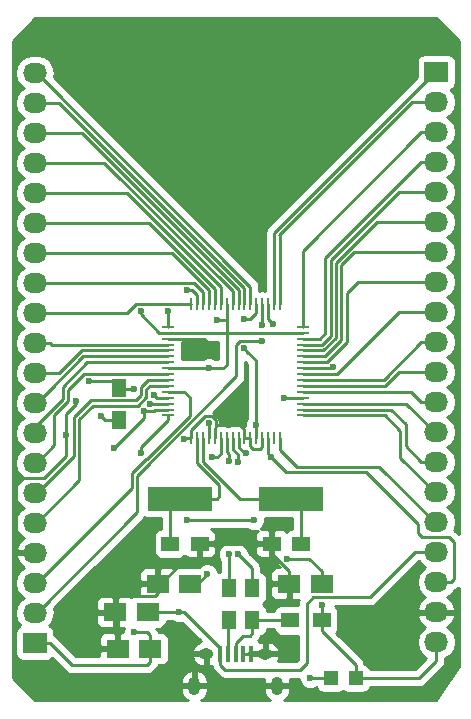
<source format=gbr>
G04 #@! TF.FileFunction,Copper,L1,Top,Signal*
%FSLAX46Y46*%
G04 Gerber Fmt 4.6, Leading zero omitted, Abs format (unit mm)*
G04 Created by KiCad (PCBNEW 4.0.2+dfsg1-stable) date Fri Nov  3 12:39:00 2017*
%MOMM*%
G01*
G04 APERTURE LIST*
%ADD10C,0.100000*%
%ADD11R,1.500000X1.250000*%
%ADD12R,1.198880X1.198880*%
%ADD13R,1.300000X1.500000*%
%ADD14R,1.500000X1.300000*%
%ADD15R,0.250000X1.000000*%
%ADD16R,1.000000X0.250000*%
%ADD17R,5.499100X1.998980*%
%ADD18R,0.400000X1.350000*%
%ADD19O,1.250000X0.950000*%
%ADD20O,1.000000X1.550000*%
%ADD21R,2.032000X1.727200*%
%ADD22O,2.032000X1.727200*%
%ADD23R,1.950720X1.501140*%
%ADD24C,0.600000*%
%ADD25C,0.250000*%
%ADD26C,0.254000*%
G04 APERTURE END LIST*
D10*
D11*
X145450000Y-125600000D03*
X147950000Y-125600000D03*
X156550000Y-125600000D03*
X154050000Y-125600000D03*
D12*
X161149020Y-137000000D03*
X159050980Y-137000000D03*
D13*
X141100000Y-115100000D03*
X141100000Y-112400000D03*
D14*
X158300000Y-132100000D03*
X155600000Y-132100000D03*
D13*
X152400000Y-129350000D03*
X152400000Y-132050000D03*
X150400000Y-129350000D03*
X150400000Y-132050000D03*
D15*
X147250000Y-116700000D03*
X147750000Y-116700000D03*
X148250000Y-116700000D03*
X148750000Y-116700000D03*
X149250000Y-116700000D03*
X149750000Y-116700000D03*
X150250000Y-116700000D03*
X150750000Y-116700000D03*
X151250000Y-116700000D03*
X151750000Y-116700000D03*
X152250000Y-116700000D03*
X152750000Y-116700000D03*
X153250000Y-116700000D03*
X153750000Y-116700000D03*
X154250000Y-116700000D03*
X154750000Y-116700000D03*
D16*
X156700000Y-114750000D03*
X156700000Y-114250000D03*
X156700000Y-113750000D03*
X156700000Y-113250000D03*
X156700000Y-112750000D03*
X156700000Y-112250000D03*
X156700000Y-111750000D03*
X156700000Y-111250000D03*
X156700000Y-110750000D03*
X156700000Y-110250000D03*
X156700000Y-109750000D03*
X156700000Y-109250000D03*
X156700000Y-108750000D03*
X156700000Y-108250000D03*
X156700000Y-107750000D03*
X156700000Y-107250000D03*
D15*
X154750000Y-105300000D03*
X154250000Y-105300000D03*
X153750000Y-105300000D03*
X153250000Y-105300000D03*
X152750000Y-105300000D03*
X152250000Y-105300000D03*
X151750000Y-105300000D03*
X151250000Y-105300000D03*
X150750000Y-105300000D03*
X150250000Y-105300000D03*
X149750000Y-105300000D03*
X149250000Y-105300000D03*
X148750000Y-105300000D03*
X148250000Y-105300000D03*
X147750000Y-105300000D03*
X147250000Y-105300000D03*
D16*
X145300000Y-107250000D03*
X145300000Y-107750000D03*
X145300000Y-108250000D03*
X145300000Y-108750000D03*
X145300000Y-109250000D03*
X145300000Y-109750000D03*
X145300000Y-110250000D03*
X145300000Y-110750000D03*
X145300000Y-111250000D03*
X145300000Y-111750000D03*
X145300000Y-112250000D03*
X145300000Y-112750000D03*
X145300000Y-113250000D03*
X145300000Y-113750000D03*
X145300000Y-114250000D03*
X145300000Y-114750000D03*
D17*
X146301000Y-121800000D03*
X155699000Y-121800000D03*
D18*
X149699100Y-134937460D03*
X150349100Y-134937460D03*
X150999100Y-134937460D03*
X151649100Y-134937460D03*
X152299100Y-134937460D03*
D19*
X148499100Y-134937460D03*
X153499100Y-134937460D03*
D20*
X147499100Y-137637460D03*
X154499100Y-137637460D03*
D21*
X168000000Y-85680000D03*
D22*
X168000000Y-88220000D03*
X168000000Y-90760000D03*
X168000000Y-93300000D03*
X168000000Y-95840000D03*
X168000000Y-98380000D03*
X168000000Y-100920000D03*
X168000000Y-103460000D03*
X168000000Y-106000000D03*
X168000000Y-108540000D03*
X168000000Y-111080000D03*
X168000000Y-113620000D03*
X168000000Y-116160000D03*
X168000000Y-118700000D03*
X168000000Y-121240000D03*
X168000000Y-123780000D03*
X168000000Y-126320000D03*
X168000000Y-128860000D03*
X168000000Y-131400000D03*
X168000000Y-133940000D03*
D21*
X134000000Y-134000000D03*
D22*
X134000000Y-131460000D03*
X134000000Y-128920000D03*
X134000000Y-126380000D03*
X134000000Y-123840000D03*
X134000000Y-121300000D03*
X134000000Y-118760000D03*
X134000000Y-116220000D03*
X134000000Y-113680000D03*
X134000000Y-111140000D03*
X134000000Y-108600000D03*
X134000000Y-106060000D03*
X134000000Y-103520000D03*
X134000000Y-100980000D03*
X134000000Y-98440000D03*
X134000000Y-95900000D03*
X134000000Y-93360000D03*
X134000000Y-90820000D03*
X134000000Y-88280000D03*
X134000000Y-85740000D03*
D23*
X147174140Y-129000000D03*
X144425860Y-129000000D03*
X143548280Y-131400000D03*
X140800000Y-131400000D03*
X143774140Y-134500000D03*
X141025860Y-134500000D03*
X158274140Y-129000000D03*
X155525860Y-129000000D03*
D24*
X148733358Y-110751454D03*
X155100000Y-113250000D03*
X149400000Y-106700000D03*
X142995885Y-105932287D03*
X158300000Y-130800000D03*
X142400000Y-133100000D03*
X137449834Y-113500000D03*
X142389778Y-126489778D03*
X136600000Y-116400000D03*
X139088558Y-130009921D03*
X150400000Y-115550002D03*
X146641949Y-116741949D03*
X159204539Y-110624999D03*
X154158661Y-106976024D03*
X148700000Y-109700000D03*
X153900000Y-129000000D03*
X146900000Y-104145010D03*
X152557164Y-123617675D03*
X146871390Y-123593222D03*
X151696309Y-109056706D03*
X152700000Y-115600000D03*
X145300000Y-105925010D03*
X143014779Y-117907819D03*
X151700000Y-106600000D03*
X148600000Y-128200000D03*
X148736095Y-115404893D03*
X151858278Y-117889299D03*
X155329448Y-126870552D03*
X146243024Y-131425020D03*
X157300000Y-137000000D03*
X153974227Y-118275027D03*
X153239398Y-108434611D03*
X153249247Y-107124623D03*
X139580397Y-114769935D03*
X138584451Y-111875010D03*
X142374990Y-112500000D03*
X144100000Y-113000000D03*
X151207759Y-118649600D03*
X151200000Y-126500000D03*
X150408604Y-118612568D03*
X150400000Y-126500000D03*
X140675695Y-117525012D03*
X143207810Y-114371821D03*
X143773497Y-113746811D03*
X149000000Y-118300000D03*
D25*
X150250000Y-107700000D02*
X150250000Y-110472466D01*
X150250000Y-110472466D02*
X149971012Y-110751454D01*
X149971012Y-110751454D02*
X148733358Y-110751454D01*
X148731904Y-110750000D02*
X148733358Y-110751454D01*
X145300000Y-110750000D02*
X148731904Y-110750000D01*
X155950000Y-107750000D02*
X156700000Y-107750000D01*
X156700000Y-113250000D02*
X155100000Y-113250000D01*
X150200000Y-107750000D02*
X155950000Y-107750000D01*
X134000000Y-134000000D02*
X135266000Y-134000000D01*
X135266000Y-134000000D02*
X137166000Y-135900000D01*
X137166000Y-135900000D02*
X143474216Y-135900000D01*
X143474216Y-135900000D02*
X143774140Y-135600076D01*
X143774140Y-135600076D02*
X143774140Y-134500000D01*
X143774140Y-134500000D02*
X143774140Y-133354002D01*
X143774140Y-133354002D02*
X143520138Y-133100000D01*
X143520138Y-133100000D02*
X142400000Y-133100000D01*
X150250000Y-106700000D02*
X150250000Y-107700000D01*
X150250000Y-105300000D02*
X150250000Y-106700000D01*
X150250000Y-106700000D02*
X149400000Y-106700000D01*
X145300000Y-107750000D02*
X150200000Y-107750000D01*
X150250000Y-107700000D02*
X150200000Y-107750000D01*
X142995885Y-106195885D02*
X142995885Y-105932287D01*
X144550000Y-107750000D02*
X142995885Y-106195885D01*
X145300000Y-107750000D02*
X144550000Y-107750000D01*
X158300000Y-132100000D02*
X158300000Y-130800000D01*
X166500000Y-137000000D02*
X168000000Y-135500000D01*
X168000000Y-135500000D02*
X168000000Y-133940000D01*
X161149020Y-137000000D02*
X166500000Y-137000000D01*
X158300000Y-132100000D02*
X158300000Y-133000000D01*
X158300000Y-133000000D02*
X161149020Y-135849020D01*
X161149020Y-135849020D02*
X161149020Y-137000000D01*
X152250000Y-116700000D02*
X152250000Y-117375146D01*
X153250000Y-117450000D02*
X153250000Y-116700000D01*
X152474854Y-117600000D02*
X153100000Y-117600000D01*
X152250000Y-117375146D02*
X152474854Y-117600000D01*
X153100000Y-117600000D02*
X153250000Y-117450000D01*
X136600000Y-116400000D02*
X136600000Y-114640985D01*
X136600000Y-114640985D02*
X137445960Y-113795025D01*
X137445960Y-113795025D02*
X137445960Y-113503874D01*
X137445960Y-113503874D02*
X137449834Y-113500000D01*
X149361096Y-115104892D02*
X149361096Y-115500000D01*
X149361096Y-115500000D02*
X149361096Y-115738904D01*
X150400000Y-115550002D02*
X149411098Y-115550002D01*
X149411098Y-115550002D02*
X149361096Y-115500000D01*
X147250000Y-116700000D02*
X147250000Y-115950000D01*
X147250000Y-115950000D02*
X148420108Y-114779892D01*
X148420108Y-114779892D02*
X149036096Y-114779892D01*
X149250000Y-115950000D02*
X149250000Y-116700000D01*
X149036096Y-114779892D02*
X149361096Y-115104892D01*
X149361096Y-115738904D02*
X149250000Y-115850000D01*
X149250000Y-115850000D02*
X149250000Y-115950000D01*
X136600000Y-116400000D02*
X136600000Y-118192249D01*
X136600000Y-118192249D02*
X134749752Y-120042497D01*
X134749752Y-120042497D02*
X133031818Y-120042497D01*
X133031818Y-120042497D02*
X132400000Y-120674315D01*
X132400000Y-120674315D02*
X132400000Y-126046000D01*
X132400000Y-126046000D02*
X132734000Y-126380000D01*
X132734000Y-126380000D02*
X134000000Y-126380000D01*
X144205782Y-130001452D02*
X142500000Y-130001452D01*
X142500000Y-130001452D02*
X142199048Y-130001452D01*
X142389778Y-126489778D02*
X142389778Y-129891230D01*
X142389778Y-129891230D02*
X142500000Y-130001452D01*
X144425860Y-129000000D02*
X144425860Y-129781374D01*
X144425860Y-129781374D02*
X144205782Y-130001452D01*
X142199048Y-130001452D02*
X140800000Y-130001452D01*
X139512822Y-130009921D02*
X139088558Y-130009921D01*
X140791531Y-130009921D02*
X139512822Y-130009921D01*
X140800000Y-130001452D02*
X140791531Y-130009921D01*
X151750000Y-116700000D02*
X151750000Y-115950000D01*
X151750000Y-115950000D02*
X151350002Y-115550002D01*
X151350002Y-115550002D02*
X150400000Y-115550002D01*
X151750000Y-116700000D02*
X152250000Y-116700000D01*
X147250000Y-116700000D02*
X146683898Y-116700000D01*
X146683898Y-116700000D02*
X146641949Y-116741949D01*
X152299100Y-134937460D02*
X153499100Y-134937460D01*
X151649100Y-134937460D02*
X152299100Y-134937460D01*
X159204539Y-110624999D02*
X159079538Y-110750000D01*
X159079538Y-110750000D02*
X156700000Y-110750000D01*
X153858662Y-106676025D02*
X154158661Y-106976024D01*
X153750000Y-106567363D02*
X153858662Y-106676025D01*
X153750000Y-105300000D02*
X153750000Y-106567363D01*
X148350000Y-108250000D02*
X148700000Y-108600000D01*
X148700000Y-108600000D02*
X148700000Y-109700000D01*
X145300000Y-108250000D02*
X148350000Y-108250000D01*
X155525860Y-129000000D02*
X153900000Y-129000000D01*
X154050000Y-125600000D02*
X154050000Y-126475000D01*
X154050000Y-126475000D02*
X155525860Y-127950860D01*
X155525860Y-127950860D02*
X155525860Y-129000000D01*
X147200000Y-127600000D02*
X147950000Y-126850000D01*
X147950000Y-126850000D02*
X147950000Y-125600000D01*
X146050650Y-127600000D02*
X147200000Y-127600000D01*
X144425860Y-129000000D02*
X144650650Y-129000000D01*
X144650650Y-129000000D02*
X146050650Y-127600000D01*
X147950000Y-125600000D02*
X154050000Y-125600000D01*
X140800000Y-131400000D02*
X140800000Y-130001452D01*
X141025860Y-134500000D02*
X141025860Y-131625860D01*
X141025860Y-131625860D02*
X140800000Y-131400000D01*
X147750000Y-105300000D02*
X147750000Y-104550000D01*
X147750000Y-104550000D02*
X147345010Y-104145010D01*
X147345010Y-104145010D02*
X146900000Y-104145010D01*
X152557164Y-123617675D02*
X146895843Y-123617675D01*
X146895843Y-123617675D02*
X146871390Y-123593222D01*
X151996308Y-109356705D02*
X151696309Y-109056706D01*
X152700000Y-110060397D02*
X151996308Y-109356705D01*
X152700000Y-115600000D02*
X152700000Y-110060397D01*
X152750000Y-116700000D02*
X152750000Y-115650000D01*
X152750000Y-115650000D02*
X152700000Y-115600000D01*
X145300000Y-107250000D02*
X145300000Y-105925010D01*
X145300000Y-114750000D02*
X145300000Y-115125000D01*
X145300000Y-115125000D02*
X143014779Y-117410221D01*
X143014779Y-117410221D02*
X143014779Y-117907819D01*
X152750000Y-105300000D02*
X152750000Y-106050000D01*
X152750000Y-106050000D02*
X152200000Y-106600000D01*
X152200000Y-106600000D02*
X151700000Y-106600000D01*
X147750000Y-116700000D02*
X147756410Y-116706410D01*
X147756410Y-116706410D02*
X147756410Y-118797469D01*
X147756410Y-118797469D02*
X149632050Y-120673109D01*
X149632050Y-120673109D02*
X149632050Y-121562426D01*
X149632050Y-121562426D02*
X149394476Y-121800000D01*
X149394476Y-121800000D02*
X146301000Y-121800000D01*
X145450000Y-125600000D02*
X145450000Y-122651000D01*
X145450000Y-122651000D02*
X146301000Y-121800000D01*
X147174140Y-129000000D02*
X147800000Y-129000000D01*
X147800000Y-129000000D02*
X148600000Y-128200000D01*
X148736095Y-115404893D02*
X148736095Y-116686095D01*
X148736095Y-116686095D02*
X148750000Y-116700000D01*
X148250000Y-118654649D02*
X151395351Y-121800000D01*
X148250000Y-116700000D02*
X148250000Y-118654649D01*
X151395351Y-121800000D02*
X155699000Y-121800000D01*
X156550000Y-125600000D02*
X156550000Y-122651000D01*
X156550000Y-122651000D02*
X155699000Y-121800000D01*
X151689299Y-117889299D02*
X151858278Y-117889299D01*
X151250000Y-117450000D02*
X151689299Y-117889299D01*
X151250000Y-116700000D02*
X151250000Y-117450000D01*
X158274140Y-129000000D02*
X158274140Y-127895099D01*
X158274140Y-127895099D02*
X157249593Y-126870552D01*
X157249593Y-126870552D02*
X155329448Y-126870552D01*
X149699100Y-134937460D02*
X149699100Y-135862460D01*
X149699100Y-135862460D02*
X150136640Y-136300000D01*
X150136640Y-136300000D02*
X156429523Y-136300000D01*
X162338784Y-130161216D02*
X166180000Y-126320000D01*
X156429523Y-136300000D02*
X157000000Y-135729523D01*
X166180000Y-126320000D02*
X168000000Y-126320000D01*
X157000000Y-135729523D02*
X157000000Y-130745546D01*
X157000000Y-130745546D02*
X157584330Y-130161216D01*
X157584330Y-130161216D02*
X162338784Y-130161216D01*
X149699100Y-134937460D02*
X149699100Y-134462460D01*
X146218004Y-131400000D02*
X146243024Y-131425020D01*
X146268044Y-131425020D02*
X146243024Y-131425020D01*
X146661660Y-131425020D02*
X146268044Y-131425020D01*
X149699100Y-134462460D02*
X146661660Y-131425020D01*
X143548280Y-131400000D02*
X146218004Y-131400000D01*
X159050980Y-137000000D02*
X157300000Y-137000000D01*
X150349100Y-134937460D02*
X150349100Y-132100900D01*
X150349100Y-132100900D02*
X150400000Y-132050000D01*
X152400000Y-132050000D02*
X155550000Y-132050000D01*
X155550000Y-132050000D02*
X155600000Y-132100000D01*
X150999100Y-134937460D02*
X150999100Y-134000900D01*
X150999100Y-134000900D02*
X151600000Y-133400000D01*
X151600000Y-133400000D02*
X152200000Y-133400000D01*
X152200000Y-133400000D02*
X152400000Y-133200000D01*
X152400000Y-132100000D02*
X152400000Y-132050000D01*
X152400000Y-133200000D02*
X152400000Y-132100000D01*
X153974227Y-118275027D02*
X155249209Y-119550009D01*
X162050009Y-119550009D02*
X166400000Y-123900000D01*
X155249209Y-119550009D02*
X162050009Y-119550009D01*
X166400000Y-123900000D02*
X166400000Y-124695851D01*
X169266000Y-128860000D02*
X168000000Y-128860000D01*
X166400000Y-124695851D02*
X166752357Y-125048208D01*
X166752357Y-125048208D02*
X169048208Y-125048208D01*
X169048208Y-125048208D02*
X169500000Y-125500000D01*
X169500000Y-125500000D02*
X169500000Y-128626000D01*
X169500000Y-128626000D02*
X169266000Y-128860000D01*
X153750000Y-118050800D02*
X153974227Y-118275027D01*
X153750000Y-116700000D02*
X153750000Y-118050800D01*
X156200000Y-119100000D02*
X154750000Y-117650000D01*
X154750000Y-117650000D02*
X154750000Y-116700000D01*
X163167600Y-119100000D02*
X156200000Y-119100000D01*
X168000000Y-123780000D02*
X167847600Y-123780000D01*
X167847600Y-123780000D02*
X163167600Y-119100000D01*
X168000000Y-121240000D02*
X167847600Y-121240000D01*
X167847600Y-121240000D02*
X164949990Y-118342390D01*
X164949990Y-118342390D02*
X164949990Y-116049990D01*
X164949990Y-116049990D02*
X163650000Y-114750000D01*
X163650000Y-114750000D02*
X156700000Y-114750000D01*
X165400000Y-115500000D02*
X164150000Y-114250000D01*
X164150000Y-114250000D02*
X156700000Y-114250000D01*
X165400000Y-117366000D02*
X165400000Y-115500000D01*
X168000000Y-118700000D02*
X166734000Y-118700000D01*
X166734000Y-118700000D02*
X165400000Y-117366000D01*
X168000000Y-116160000D02*
X167847600Y-116160000D01*
X167847600Y-116160000D02*
X165437600Y-113750000D01*
X165437600Y-113750000D02*
X156700000Y-113750000D01*
X168000000Y-113620000D02*
X166734000Y-113620000D01*
X165864000Y-112750000D02*
X157450000Y-112750000D01*
X166734000Y-113620000D02*
X165864000Y-112750000D01*
X157450000Y-112750000D02*
X156700000Y-112750000D01*
X168000000Y-111080000D02*
X164830410Y-111080000D01*
X164830410Y-111080000D02*
X163660410Y-112250000D01*
X163660410Y-112250000D02*
X157450000Y-112250000D01*
X157450000Y-112250000D02*
X156700000Y-112250000D01*
X168000000Y-108540000D02*
X166734000Y-108540000D01*
X163524000Y-111750000D02*
X157450000Y-111750000D01*
X166734000Y-108540000D02*
X163524000Y-111750000D01*
X157450000Y-111750000D02*
X156700000Y-111750000D01*
X168000000Y-106000000D02*
X164827297Y-106000000D01*
X164827297Y-106000000D02*
X159577297Y-111250000D01*
X159577297Y-111250000D02*
X156700000Y-111250000D01*
X156700000Y-110250000D02*
X158695640Y-110250000D01*
X158695640Y-110250000D02*
X160400036Y-108545602D01*
X160400036Y-108545602D02*
X160400037Y-104399963D01*
X160400037Y-104399963D02*
X161340000Y-103460000D01*
X161340000Y-103460000D02*
X168000000Y-103460000D01*
X157450000Y-109750000D02*
X156700000Y-109750000D01*
X158559230Y-109750000D02*
X157450000Y-109750000D01*
X159950028Y-101993202D02*
X159950027Y-108359203D01*
X159950027Y-108359203D02*
X158559230Y-109750000D01*
X168000000Y-100920000D02*
X161023230Y-100920000D01*
X161023230Y-100920000D02*
X159950028Y-101993202D01*
X158422820Y-109250000D02*
X157450000Y-109250000D01*
X159500018Y-108172802D02*
X158422820Y-109250000D01*
X157450000Y-109250000D02*
X156700000Y-109250000D01*
X159500019Y-101806801D02*
X159500018Y-108172802D01*
X168000000Y-98380000D02*
X162926820Y-98380000D01*
X162926820Y-98380000D02*
X159500019Y-101806801D01*
X157450000Y-108750000D02*
X156700000Y-108750000D01*
X158286410Y-108750000D02*
X157450000Y-108750000D01*
X159050009Y-107986401D02*
X158286410Y-108750000D01*
X164830410Y-95840000D02*
X159050010Y-101620400D01*
X168000000Y-95840000D02*
X164830410Y-95840000D01*
X159050010Y-101620400D02*
X159050009Y-107986401D01*
X158150000Y-108250000D02*
X156700000Y-108250000D01*
X158600000Y-107800000D02*
X158150000Y-108250000D01*
X158600000Y-101434000D02*
X158600000Y-107800000D01*
X166734000Y-93300000D02*
X158600000Y-101434000D01*
X168000000Y-93300000D02*
X166734000Y-93300000D01*
X168000000Y-90760000D02*
X166734000Y-90760000D01*
X166734000Y-90760000D02*
X156700000Y-100794000D01*
X156700000Y-100794000D02*
X156700000Y-106875000D01*
X156700000Y-106875000D02*
X156700000Y-107250000D01*
X154700010Y-99464000D02*
X154750000Y-99513990D01*
X154750000Y-99513990D02*
X154750000Y-105300000D01*
X165944010Y-88220000D02*
X154700010Y-99464000D01*
X168000000Y-88220000D02*
X165944010Y-88220000D01*
X168000000Y-85680000D02*
X167847600Y-85680000D01*
X167847600Y-85680000D02*
X154250000Y-99277600D01*
X154250000Y-99277600D02*
X154250000Y-104550000D01*
X154250000Y-104550000D02*
X154250000Y-105300000D01*
X134000000Y-85740000D02*
X134152400Y-85740000D01*
X134152400Y-85740000D02*
X152250000Y-103837600D01*
X152250000Y-103837600D02*
X152250000Y-104550000D01*
X152250000Y-104550000D02*
X152250000Y-105300000D01*
X136055990Y-88280000D02*
X151750000Y-103974010D01*
X151750000Y-103974010D02*
X151750000Y-105300000D01*
X134000000Y-88280000D02*
X136055990Y-88280000D01*
X137959580Y-90820000D02*
X151250000Y-104110420D01*
X151250000Y-104110420D02*
X151250000Y-105300000D01*
X134000000Y-90820000D02*
X137959580Y-90820000D01*
X139863170Y-93360000D02*
X150750000Y-104246830D01*
X150750000Y-104246830D02*
X150750000Y-105300000D01*
X134000000Y-93360000D02*
X139863170Y-93360000D01*
X141766760Y-95900000D02*
X149750000Y-103883240D01*
X149750000Y-103883240D02*
X149750000Y-105300000D01*
X134000000Y-95900000D02*
X141766760Y-95900000D01*
X143670350Y-98440000D02*
X149250000Y-104019650D01*
X149250000Y-104019650D02*
X149250000Y-105300000D01*
X134000000Y-98440000D02*
X143670350Y-98440000D01*
X145573940Y-100980000D02*
X148750000Y-104156060D01*
X148750000Y-104156060D02*
X148750000Y-105300000D01*
X134000000Y-100980000D02*
X145573940Y-100980000D01*
X147477530Y-103520000D02*
X148250000Y-104292470D01*
X148250000Y-104292470D02*
X148250000Y-105300000D01*
X134000000Y-103520000D02*
X147477530Y-103520000D01*
X134000000Y-106060000D02*
X141837751Y-106060000D01*
X146875000Y-105300000D02*
X147250000Y-105300000D01*
X141837751Y-106060000D02*
X142597751Y-105300000D01*
X142597751Y-105300000D02*
X146875000Y-105300000D01*
X134000000Y-108600000D02*
X135266000Y-108600000D01*
X135266000Y-108600000D02*
X135416000Y-108750000D01*
X135416000Y-108750000D02*
X144550000Y-108750000D01*
X144550000Y-108750000D02*
X145300000Y-108750000D01*
X136060000Y-111140000D02*
X137950000Y-109250000D01*
X137950000Y-109250000D02*
X145300000Y-109250000D01*
X134000000Y-111140000D02*
X136060000Y-111140000D01*
X135266000Y-112566400D02*
X135270010Y-112566400D01*
X134152400Y-113680000D02*
X135266000Y-112566400D01*
X144550000Y-109750000D02*
X145300000Y-109750000D01*
X138086410Y-109750000D02*
X144550000Y-109750000D01*
X134000000Y-113680000D02*
X134152400Y-113680000D01*
X135270010Y-112566400D02*
X138086410Y-109750000D01*
X136374813Y-112325167D02*
X138449980Y-110250000D01*
X136374813Y-113381137D02*
X136374813Y-112325167D01*
X134000000Y-116220000D02*
X134000000Y-115755950D01*
X138449980Y-110250000D02*
X144550000Y-110250000D01*
X144550000Y-110250000D02*
X145300000Y-110250000D01*
X134000000Y-115755950D02*
X136374813Y-113381137D01*
X136824824Y-112556133D02*
X138130957Y-111250000D01*
X136824824Y-113567536D02*
X136824824Y-112556133D01*
X135650294Y-114742066D02*
X136824824Y-113567536D01*
X135650294Y-117262106D02*
X135650294Y-114742066D01*
X134152400Y-118760000D02*
X135650294Y-117262106D01*
X138130957Y-111250000D02*
X145300000Y-111250000D01*
X134000000Y-118760000D02*
X134152400Y-118760000D01*
X143000000Y-112300000D02*
X143550000Y-111750000D01*
X137310022Y-114889978D02*
X138774999Y-113425001D01*
X142010001Y-113475001D02*
X142060001Y-113425001D01*
X138774999Y-113425001D02*
X140139999Y-113425001D01*
X134152400Y-121300000D02*
X137310022Y-118142378D01*
X134000000Y-121300000D02*
X134152400Y-121300000D01*
X137310022Y-118142378D02*
X137310022Y-114889978D01*
X142574999Y-113425001D02*
X143000000Y-113000000D01*
X140139999Y-113425001D02*
X140189999Y-113475001D01*
X140189999Y-113475001D02*
X142010001Y-113475001D01*
X142060001Y-113425001D02*
X142574999Y-113425001D01*
X143000000Y-113000000D02*
X143000000Y-112300000D01*
X143550000Y-111750000D02*
X145300000Y-111750000D01*
X143750000Y-112250000D02*
X144550000Y-112250000D01*
X143450011Y-112549989D02*
X143750000Y-112250000D01*
X143450011Y-113186400D02*
X143450011Y-112549989D01*
X138911398Y-113925012D02*
X142711399Y-113925012D01*
X142711399Y-113925012D02*
X143450011Y-113186400D01*
X137760033Y-115076377D02*
X138911398Y-113925012D01*
X137760033Y-120232367D02*
X137760033Y-115076377D01*
X134000000Y-123840000D02*
X134152400Y-123840000D01*
X134152400Y-123840000D02*
X137760033Y-120232367D01*
X144550000Y-112250000D02*
X145300000Y-112250000D01*
X147100000Y-113200000D02*
X146650000Y-112750000D01*
X146650000Y-112750000D02*
X145300000Y-112750000D01*
X147100000Y-114763590D02*
X147100000Y-113200000D01*
X143463590Y-118400000D02*
X147100000Y-114763590D01*
X142214592Y-119585408D02*
X143400000Y-118400000D01*
X143400000Y-118400000D02*
X143463590Y-118400000D01*
X142214592Y-120857808D02*
X142214592Y-119585408D01*
X134000000Y-128920000D02*
X134152400Y-128920000D01*
X134152400Y-128920000D02*
X142214592Y-120857808D01*
X151396307Y-108431704D02*
X152812227Y-108431704D01*
X151071307Y-108756704D02*
X151396307Y-108431704D01*
X142664602Y-119835398D02*
X151071307Y-111428693D01*
X142664602Y-122947798D02*
X142664602Y-119835398D01*
X152815134Y-108434611D02*
X153239398Y-108434611D01*
X134152400Y-131460000D02*
X142664602Y-122947798D01*
X151071307Y-111428693D02*
X151071307Y-108756704D01*
X134000000Y-131460000D02*
X134152400Y-131460000D01*
X152812227Y-108431704D02*
X152815134Y-108434611D01*
X153250000Y-107123870D02*
X153249247Y-107124623D01*
X153250000Y-105300000D02*
X153250000Y-107123870D01*
X139880396Y-115069934D02*
X139580397Y-114769935D01*
X139910462Y-115100000D02*
X139880396Y-115069934D01*
X141100000Y-115100000D02*
X139910462Y-115100000D01*
X138584451Y-111875010D02*
X140575010Y-111875010D01*
X140575010Y-111875010D02*
X141100000Y-112400000D01*
X142374990Y-112500000D02*
X141200000Y-112500000D01*
X141200000Y-112500000D02*
X141100000Y-112400000D01*
X145300000Y-113250000D02*
X144350000Y-113250000D01*
X144350000Y-113250000D02*
X144100000Y-113000000D01*
X150750000Y-116700000D02*
X150750000Y-117606616D01*
X150750000Y-117606616D02*
X151207759Y-118064375D01*
X151207759Y-118064375D02*
X151207759Y-118649600D01*
X151200000Y-126500000D02*
X152400000Y-127700000D01*
X152400000Y-127700000D02*
X152400000Y-129350000D01*
X150417699Y-117973543D02*
X150408604Y-117982638D01*
X150408604Y-117982638D02*
X150408604Y-118612568D01*
X150250000Y-116700000D02*
X150250000Y-117805844D01*
X150250000Y-117805844D02*
X150417699Y-117973543D01*
X150400000Y-129350000D02*
X150400000Y-126500000D01*
X143207810Y-114992897D02*
X140975694Y-117225013D01*
X143207810Y-114371821D02*
X143207810Y-114992897D01*
X140975694Y-117225013D02*
X140675695Y-117525012D01*
X145300000Y-114250000D02*
X144195310Y-114250000D01*
X144195310Y-114250000D02*
X144073489Y-114371821D01*
X144073489Y-114371821D02*
X143207810Y-114371821D01*
X145300000Y-113750000D02*
X143776686Y-113750000D01*
X143776686Y-113750000D02*
X143773497Y-113746811D01*
X149750000Y-116700000D02*
X149750000Y-117992561D01*
X149442561Y-118300000D02*
X149000000Y-118300000D01*
X149750000Y-117992561D02*
X149442561Y-118300000D01*
D26*
G36*
X169873000Y-83052606D02*
X169873000Y-124798198D01*
X169585609Y-124510807D01*
X169501642Y-124454702D01*
X169569271Y-124353489D01*
X169683345Y-123780000D01*
X169569271Y-123206511D01*
X169244415Y-122720330D01*
X168929634Y-122510000D01*
X169244415Y-122299670D01*
X169569271Y-121813489D01*
X169683345Y-121240000D01*
X169569271Y-120666511D01*
X169244415Y-120180330D01*
X168929634Y-119970000D01*
X169244415Y-119759670D01*
X169569271Y-119273489D01*
X169683345Y-118700000D01*
X169569271Y-118126511D01*
X169244415Y-117640330D01*
X168929634Y-117430000D01*
X169244415Y-117219670D01*
X169569271Y-116733489D01*
X169683345Y-116160000D01*
X169569271Y-115586511D01*
X169244415Y-115100330D01*
X168929634Y-114890000D01*
X169244415Y-114679670D01*
X169569271Y-114193489D01*
X169683345Y-113620000D01*
X169569271Y-113046511D01*
X169244415Y-112560330D01*
X168929634Y-112350000D01*
X169244415Y-112139670D01*
X169569271Y-111653489D01*
X169683345Y-111080000D01*
X169569271Y-110506511D01*
X169244415Y-110020330D01*
X168929634Y-109810000D01*
X169244415Y-109599670D01*
X169569271Y-109113489D01*
X169683345Y-108540000D01*
X169569271Y-107966511D01*
X169244415Y-107480330D01*
X168929634Y-107270000D01*
X169244415Y-107059670D01*
X169569271Y-106573489D01*
X169683345Y-106000000D01*
X169569271Y-105426511D01*
X169244415Y-104940330D01*
X168929634Y-104730000D01*
X169244415Y-104519670D01*
X169569271Y-104033489D01*
X169683345Y-103460000D01*
X169569271Y-102886511D01*
X169244415Y-102400330D01*
X168929634Y-102190000D01*
X169244415Y-101979670D01*
X169569271Y-101493489D01*
X169683345Y-100920000D01*
X169569271Y-100346511D01*
X169244415Y-99860330D01*
X168929634Y-99650000D01*
X169244415Y-99439670D01*
X169569271Y-98953489D01*
X169683345Y-98380000D01*
X169569271Y-97806511D01*
X169244415Y-97320330D01*
X168929634Y-97110000D01*
X169244415Y-96899670D01*
X169569271Y-96413489D01*
X169683345Y-95840000D01*
X169569271Y-95266511D01*
X169244415Y-94780330D01*
X168929634Y-94570000D01*
X169244415Y-94359670D01*
X169569271Y-93873489D01*
X169683345Y-93300000D01*
X169569271Y-92726511D01*
X169244415Y-92240330D01*
X168929634Y-92030000D01*
X169244415Y-91819670D01*
X169569271Y-91333489D01*
X169683345Y-90760000D01*
X169569271Y-90186511D01*
X169244415Y-89700330D01*
X168929634Y-89490000D01*
X169244415Y-89279670D01*
X169569271Y-88793489D01*
X169683345Y-88220000D01*
X169569271Y-87646511D01*
X169244415Y-87160330D01*
X169230087Y-87150757D01*
X169251317Y-87146762D01*
X169467441Y-87007690D01*
X169612431Y-86795490D01*
X169663440Y-86543600D01*
X169663440Y-84816400D01*
X169619162Y-84581083D01*
X169480090Y-84364959D01*
X169267890Y-84219969D01*
X169016000Y-84168960D01*
X166984000Y-84168960D01*
X166748683Y-84213238D01*
X166532559Y-84352310D01*
X166387569Y-84564510D01*
X166336560Y-84816400D01*
X166336560Y-86116238D01*
X153712599Y-98740199D01*
X153547852Y-98986761D01*
X153490000Y-99277600D01*
X153490000Y-104168600D01*
X153478247Y-104173468D01*
X153375000Y-104152560D01*
X153125000Y-104152560D01*
X153010000Y-104174199D01*
X153010000Y-103837600D01*
X152966450Y-103618659D01*
X152952148Y-103546760D01*
X152787401Y-103300199D01*
X135607666Y-86120464D01*
X135683345Y-85740000D01*
X135569271Y-85166511D01*
X135244415Y-84680330D01*
X134758234Y-84355474D01*
X134184745Y-84241400D01*
X133815255Y-84241400D01*
X133241766Y-84355474D01*
X132755585Y-84680330D01*
X132430729Y-85166511D01*
X132316655Y-85740000D01*
X132430729Y-86313489D01*
X132755585Y-86799670D01*
X133070366Y-87010000D01*
X132755585Y-87220330D01*
X132430729Y-87706511D01*
X132316655Y-88280000D01*
X132430729Y-88853489D01*
X132755585Y-89339670D01*
X133070366Y-89550000D01*
X132755585Y-89760330D01*
X132430729Y-90246511D01*
X132316655Y-90820000D01*
X132430729Y-91393489D01*
X132755585Y-91879670D01*
X133070366Y-92090000D01*
X132755585Y-92300330D01*
X132430729Y-92786511D01*
X132316655Y-93360000D01*
X132430729Y-93933489D01*
X132755585Y-94419670D01*
X133070366Y-94630000D01*
X132755585Y-94840330D01*
X132430729Y-95326511D01*
X132316655Y-95900000D01*
X132430729Y-96473489D01*
X132755585Y-96959670D01*
X133070366Y-97170000D01*
X132755585Y-97380330D01*
X132430729Y-97866511D01*
X132316655Y-98440000D01*
X132430729Y-99013489D01*
X132755585Y-99499670D01*
X133070366Y-99710000D01*
X132755585Y-99920330D01*
X132430729Y-100406511D01*
X132316655Y-100980000D01*
X132430729Y-101553489D01*
X132755585Y-102039670D01*
X133070366Y-102250000D01*
X132755585Y-102460330D01*
X132430729Y-102946511D01*
X132316655Y-103520000D01*
X132430729Y-104093489D01*
X132755585Y-104579670D01*
X133070366Y-104790000D01*
X132755585Y-105000330D01*
X132430729Y-105486511D01*
X132316655Y-106060000D01*
X132430729Y-106633489D01*
X132755585Y-107119670D01*
X133070366Y-107330000D01*
X132755585Y-107540330D01*
X132430729Y-108026511D01*
X132316655Y-108600000D01*
X132430729Y-109173489D01*
X132755585Y-109659670D01*
X133070366Y-109870000D01*
X132755585Y-110080330D01*
X132430729Y-110566511D01*
X132316655Y-111140000D01*
X132430729Y-111713489D01*
X132755585Y-112199670D01*
X133070366Y-112410000D01*
X132755585Y-112620330D01*
X132430729Y-113106511D01*
X132316655Y-113680000D01*
X132430729Y-114253489D01*
X132755585Y-114739670D01*
X133070366Y-114950000D01*
X132755585Y-115160330D01*
X132430729Y-115646511D01*
X132316655Y-116220000D01*
X132430729Y-116793489D01*
X132755585Y-117279670D01*
X133070366Y-117490000D01*
X132755585Y-117700330D01*
X132430729Y-118186511D01*
X132316655Y-118760000D01*
X132430729Y-119333489D01*
X132755585Y-119819670D01*
X133070366Y-120030000D01*
X132755585Y-120240330D01*
X132430729Y-120726511D01*
X132316655Y-121300000D01*
X132430729Y-121873489D01*
X132755585Y-122359670D01*
X133070366Y-122570000D01*
X132755585Y-122780330D01*
X132430729Y-123266511D01*
X132316655Y-123840000D01*
X132430729Y-124413489D01*
X132755585Y-124899670D01*
X133065069Y-125106461D01*
X132649268Y-125477964D01*
X132395291Y-126005209D01*
X132392642Y-126020974D01*
X132513783Y-126253000D01*
X133873000Y-126253000D01*
X133873000Y-126233000D01*
X134127000Y-126233000D01*
X134127000Y-126253000D01*
X134147000Y-126253000D01*
X134147000Y-126507000D01*
X134127000Y-126507000D01*
X134127000Y-126527000D01*
X133873000Y-126527000D01*
X133873000Y-126507000D01*
X132513783Y-126507000D01*
X132392642Y-126739026D01*
X132395291Y-126754791D01*
X132649268Y-127282036D01*
X133065069Y-127653539D01*
X132755585Y-127860330D01*
X132430729Y-128346511D01*
X132316655Y-128920000D01*
X132430729Y-129493489D01*
X132755585Y-129979670D01*
X133070366Y-130190000D01*
X132755585Y-130400330D01*
X132430729Y-130886511D01*
X132316655Y-131460000D01*
X132430729Y-132033489D01*
X132755585Y-132519670D01*
X132769913Y-132529243D01*
X132748683Y-132533238D01*
X132532559Y-132672310D01*
X132387569Y-132884510D01*
X132336560Y-133136400D01*
X132336560Y-134863600D01*
X132380838Y-135098917D01*
X132519910Y-135315041D01*
X132732110Y-135460031D01*
X132984000Y-135511040D01*
X135016000Y-135511040D01*
X135251317Y-135466762D01*
X135467441Y-135327690D01*
X135488324Y-135297126D01*
X136628599Y-136437401D01*
X136875161Y-136602148D01*
X137166000Y-136660000D01*
X143474216Y-136660000D01*
X143765055Y-136602148D01*
X144011617Y-136437401D01*
X144311541Y-136137477D01*
X144471547Y-135898010D01*
X144749500Y-135898010D01*
X144984817Y-135853732D01*
X145200941Y-135714660D01*
X145345931Y-135502460D01*
X145396940Y-135250570D01*
X145396940Y-135235398D01*
X147279832Y-135235398D01*
X147463548Y-135609281D01*
X147788051Y-135897028D01*
X148197969Y-136038689D01*
X148372100Y-135890023D01*
X148372100Y-135064460D01*
X147406366Y-135064460D01*
X147279832Y-135235398D01*
X145396940Y-135235398D01*
X145396940Y-133749430D01*
X145352662Y-133514113D01*
X145213590Y-133297989D01*
X145001390Y-133152999D01*
X144749500Y-133101990D01*
X144484011Y-133101990D01*
X144476288Y-133063163D01*
X144311541Y-132816601D01*
X144292950Y-132798010D01*
X144523640Y-132798010D01*
X144758957Y-132753732D01*
X144975081Y-132614660D01*
X145120071Y-132402460D01*
X145169170Y-132160000D01*
X145655585Y-132160000D01*
X145712697Y-132217212D01*
X146056225Y-132359858D01*
X146428191Y-132360182D01*
X146494586Y-132332748D01*
X148049409Y-133887571D01*
X147788051Y-133977892D01*
X147463548Y-134265639D01*
X147279832Y-134639522D01*
X147406366Y-134810460D01*
X148372100Y-134810460D01*
X148372100Y-134790460D01*
X148626100Y-134790460D01*
X148626100Y-134810460D01*
X148646100Y-134810460D01*
X148646100Y-135064460D01*
X148626100Y-135064460D01*
X148626100Y-135890023D01*
X148800231Y-136038689D01*
X148962968Y-135982450D01*
X148996952Y-136153299D01*
X149161699Y-136399861D01*
X149599239Y-136837401D01*
X149845801Y-137002148D01*
X150136640Y-137060000D01*
X153419876Y-137060000D01*
X153364100Y-137235460D01*
X153364100Y-137510460D01*
X154372100Y-137510460D01*
X154372100Y-137490460D01*
X154626100Y-137490460D01*
X154626100Y-137510460D01*
X155634100Y-137510460D01*
X155634100Y-137235460D01*
X155578324Y-137060000D01*
X156364947Y-137060000D01*
X156364838Y-137185167D01*
X156506883Y-137528943D01*
X156769673Y-137792192D01*
X157113201Y-137934838D01*
X157485167Y-137935162D01*
X157828943Y-137793117D01*
X157838709Y-137783368D01*
X157848378Y-137834757D01*
X157987450Y-138050881D01*
X158199650Y-138195871D01*
X158451540Y-138246880D01*
X159650420Y-138246880D01*
X159885737Y-138202602D01*
X160101861Y-138063530D01*
X160102543Y-138062533D01*
X160297690Y-138195871D01*
X160549580Y-138246880D01*
X161748460Y-138246880D01*
X161983777Y-138202602D01*
X162199901Y-138063530D01*
X162344891Y-137851330D01*
X162363386Y-137760000D01*
X166500000Y-137760000D01*
X166790839Y-137702148D01*
X167037401Y-137537401D01*
X168537401Y-136037401D01*
X168702148Y-135790840D01*
X168760000Y-135500000D01*
X168760000Y-135323346D01*
X169244415Y-134999670D01*
X169569271Y-134513489D01*
X169683345Y-133940000D01*
X169569271Y-133366511D01*
X169244415Y-132880330D01*
X168934931Y-132673539D01*
X169350732Y-132302036D01*
X169604709Y-131774791D01*
X169607358Y-131759026D01*
X169486217Y-131527000D01*
X168127000Y-131527000D01*
X168127000Y-131547000D01*
X167873000Y-131547000D01*
X167873000Y-131527000D01*
X166513783Y-131527000D01*
X166392642Y-131759026D01*
X166395291Y-131774791D01*
X166649268Y-132302036D01*
X167065069Y-132673539D01*
X166755585Y-132880330D01*
X166430729Y-133366511D01*
X166316655Y-133940000D01*
X166430729Y-134513489D01*
X166755585Y-134999670D01*
X167157186Y-135268012D01*
X166185198Y-136240000D01*
X162365689Y-136240000D01*
X162351622Y-136165243D01*
X162212550Y-135949119D01*
X162000350Y-135804129D01*
X161895882Y-135782974D01*
X161851168Y-135558181D01*
X161686421Y-135311619D01*
X159536939Y-133162137D01*
X159646431Y-133001890D01*
X159697440Y-132750000D01*
X159697440Y-131450000D01*
X159653162Y-131214683D01*
X159514090Y-130998559D01*
X159400895Y-130921216D01*
X162338784Y-130921216D01*
X162629623Y-130863364D01*
X162876185Y-130698617D01*
X166494802Y-127080000D01*
X166555352Y-127080000D01*
X166755585Y-127379670D01*
X167070366Y-127590000D01*
X166755585Y-127800330D01*
X166430729Y-128286511D01*
X166316655Y-128860000D01*
X166430729Y-129433489D01*
X166755585Y-129919670D01*
X167065069Y-130126461D01*
X166649268Y-130497964D01*
X166395291Y-131025209D01*
X166392642Y-131040974D01*
X166513783Y-131273000D01*
X167873000Y-131273000D01*
X167873000Y-131253000D01*
X168127000Y-131253000D01*
X168127000Y-131273000D01*
X169486217Y-131273000D01*
X169607358Y-131040974D01*
X169604709Y-131025209D01*
X169350732Y-130497964D01*
X168934931Y-130126461D01*
X169244415Y-129919670D01*
X169472032Y-129579017D01*
X169556839Y-129562148D01*
X169803401Y-129397401D01*
X169873000Y-129327802D01*
X169873000Y-135961548D01*
X167932032Y-138873000D01*
X155073023Y-138873000D01*
X155211863Y-138804828D01*
X155499102Y-138464138D01*
X155634100Y-138039460D01*
X155634100Y-137764460D01*
X154626100Y-137764460D01*
X154626100Y-137784460D01*
X154372100Y-137784460D01*
X154372100Y-137764460D01*
X153364100Y-137764460D01*
X153364100Y-138039460D01*
X153499098Y-138464138D01*
X153786337Y-138804828D01*
X153925177Y-138873000D01*
X148073023Y-138873000D01*
X148211863Y-138804828D01*
X148499102Y-138464138D01*
X148634100Y-138039460D01*
X148634100Y-137764460D01*
X147626100Y-137764460D01*
X147626100Y-137784460D01*
X147372100Y-137784460D01*
X147372100Y-137764460D01*
X146364100Y-137764460D01*
X146364100Y-138039460D01*
X146499098Y-138464138D01*
X146786337Y-138804828D01*
X146925177Y-138873000D01*
X134052606Y-138873000D01*
X132415066Y-137235460D01*
X146364100Y-137235460D01*
X146364100Y-137510460D01*
X147372100Y-137510460D01*
X147372100Y-136394506D01*
X147626100Y-136394506D01*
X147626100Y-137510460D01*
X148634100Y-137510460D01*
X148634100Y-137235460D01*
X148499102Y-136810782D01*
X148211863Y-136470092D01*
X147800974Y-136268341D01*
X147626100Y-136394506D01*
X147372100Y-136394506D01*
X147197226Y-136268341D01*
X146786337Y-136470092D01*
X146499098Y-136810782D01*
X146364100Y-137235460D01*
X132415066Y-137235460D01*
X132127000Y-136947394D01*
X132127000Y-83052606D01*
X134052606Y-81127000D01*
X167947394Y-81127000D01*
X169873000Y-83052606D01*
X169873000Y-83052606D01*
G37*
X169873000Y-83052606D02*
X169873000Y-124798198D01*
X169585609Y-124510807D01*
X169501642Y-124454702D01*
X169569271Y-124353489D01*
X169683345Y-123780000D01*
X169569271Y-123206511D01*
X169244415Y-122720330D01*
X168929634Y-122510000D01*
X169244415Y-122299670D01*
X169569271Y-121813489D01*
X169683345Y-121240000D01*
X169569271Y-120666511D01*
X169244415Y-120180330D01*
X168929634Y-119970000D01*
X169244415Y-119759670D01*
X169569271Y-119273489D01*
X169683345Y-118700000D01*
X169569271Y-118126511D01*
X169244415Y-117640330D01*
X168929634Y-117430000D01*
X169244415Y-117219670D01*
X169569271Y-116733489D01*
X169683345Y-116160000D01*
X169569271Y-115586511D01*
X169244415Y-115100330D01*
X168929634Y-114890000D01*
X169244415Y-114679670D01*
X169569271Y-114193489D01*
X169683345Y-113620000D01*
X169569271Y-113046511D01*
X169244415Y-112560330D01*
X168929634Y-112350000D01*
X169244415Y-112139670D01*
X169569271Y-111653489D01*
X169683345Y-111080000D01*
X169569271Y-110506511D01*
X169244415Y-110020330D01*
X168929634Y-109810000D01*
X169244415Y-109599670D01*
X169569271Y-109113489D01*
X169683345Y-108540000D01*
X169569271Y-107966511D01*
X169244415Y-107480330D01*
X168929634Y-107270000D01*
X169244415Y-107059670D01*
X169569271Y-106573489D01*
X169683345Y-106000000D01*
X169569271Y-105426511D01*
X169244415Y-104940330D01*
X168929634Y-104730000D01*
X169244415Y-104519670D01*
X169569271Y-104033489D01*
X169683345Y-103460000D01*
X169569271Y-102886511D01*
X169244415Y-102400330D01*
X168929634Y-102190000D01*
X169244415Y-101979670D01*
X169569271Y-101493489D01*
X169683345Y-100920000D01*
X169569271Y-100346511D01*
X169244415Y-99860330D01*
X168929634Y-99650000D01*
X169244415Y-99439670D01*
X169569271Y-98953489D01*
X169683345Y-98380000D01*
X169569271Y-97806511D01*
X169244415Y-97320330D01*
X168929634Y-97110000D01*
X169244415Y-96899670D01*
X169569271Y-96413489D01*
X169683345Y-95840000D01*
X169569271Y-95266511D01*
X169244415Y-94780330D01*
X168929634Y-94570000D01*
X169244415Y-94359670D01*
X169569271Y-93873489D01*
X169683345Y-93300000D01*
X169569271Y-92726511D01*
X169244415Y-92240330D01*
X168929634Y-92030000D01*
X169244415Y-91819670D01*
X169569271Y-91333489D01*
X169683345Y-90760000D01*
X169569271Y-90186511D01*
X169244415Y-89700330D01*
X168929634Y-89490000D01*
X169244415Y-89279670D01*
X169569271Y-88793489D01*
X169683345Y-88220000D01*
X169569271Y-87646511D01*
X169244415Y-87160330D01*
X169230087Y-87150757D01*
X169251317Y-87146762D01*
X169467441Y-87007690D01*
X169612431Y-86795490D01*
X169663440Y-86543600D01*
X169663440Y-84816400D01*
X169619162Y-84581083D01*
X169480090Y-84364959D01*
X169267890Y-84219969D01*
X169016000Y-84168960D01*
X166984000Y-84168960D01*
X166748683Y-84213238D01*
X166532559Y-84352310D01*
X166387569Y-84564510D01*
X166336560Y-84816400D01*
X166336560Y-86116238D01*
X153712599Y-98740199D01*
X153547852Y-98986761D01*
X153490000Y-99277600D01*
X153490000Y-104168600D01*
X153478247Y-104173468D01*
X153375000Y-104152560D01*
X153125000Y-104152560D01*
X153010000Y-104174199D01*
X153010000Y-103837600D01*
X152966450Y-103618659D01*
X152952148Y-103546760D01*
X152787401Y-103300199D01*
X135607666Y-86120464D01*
X135683345Y-85740000D01*
X135569271Y-85166511D01*
X135244415Y-84680330D01*
X134758234Y-84355474D01*
X134184745Y-84241400D01*
X133815255Y-84241400D01*
X133241766Y-84355474D01*
X132755585Y-84680330D01*
X132430729Y-85166511D01*
X132316655Y-85740000D01*
X132430729Y-86313489D01*
X132755585Y-86799670D01*
X133070366Y-87010000D01*
X132755585Y-87220330D01*
X132430729Y-87706511D01*
X132316655Y-88280000D01*
X132430729Y-88853489D01*
X132755585Y-89339670D01*
X133070366Y-89550000D01*
X132755585Y-89760330D01*
X132430729Y-90246511D01*
X132316655Y-90820000D01*
X132430729Y-91393489D01*
X132755585Y-91879670D01*
X133070366Y-92090000D01*
X132755585Y-92300330D01*
X132430729Y-92786511D01*
X132316655Y-93360000D01*
X132430729Y-93933489D01*
X132755585Y-94419670D01*
X133070366Y-94630000D01*
X132755585Y-94840330D01*
X132430729Y-95326511D01*
X132316655Y-95900000D01*
X132430729Y-96473489D01*
X132755585Y-96959670D01*
X133070366Y-97170000D01*
X132755585Y-97380330D01*
X132430729Y-97866511D01*
X132316655Y-98440000D01*
X132430729Y-99013489D01*
X132755585Y-99499670D01*
X133070366Y-99710000D01*
X132755585Y-99920330D01*
X132430729Y-100406511D01*
X132316655Y-100980000D01*
X132430729Y-101553489D01*
X132755585Y-102039670D01*
X133070366Y-102250000D01*
X132755585Y-102460330D01*
X132430729Y-102946511D01*
X132316655Y-103520000D01*
X132430729Y-104093489D01*
X132755585Y-104579670D01*
X133070366Y-104790000D01*
X132755585Y-105000330D01*
X132430729Y-105486511D01*
X132316655Y-106060000D01*
X132430729Y-106633489D01*
X132755585Y-107119670D01*
X133070366Y-107330000D01*
X132755585Y-107540330D01*
X132430729Y-108026511D01*
X132316655Y-108600000D01*
X132430729Y-109173489D01*
X132755585Y-109659670D01*
X133070366Y-109870000D01*
X132755585Y-110080330D01*
X132430729Y-110566511D01*
X132316655Y-111140000D01*
X132430729Y-111713489D01*
X132755585Y-112199670D01*
X133070366Y-112410000D01*
X132755585Y-112620330D01*
X132430729Y-113106511D01*
X132316655Y-113680000D01*
X132430729Y-114253489D01*
X132755585Y-114739670D01*
X133070366Y-114950000D01*
X132755585Y-115160330D01*
X132430729Y-115646511D01*
X132316655Y-116220000D01*
X132430729Y-116793489D01*
X132755585Y-117279670D01*
X133070366Y-117490000D01*
X132755585Y-117700330D01*
X132430729Y-118186511D01*
X132316655Y-118760000D01*
X132430729Y-119333489D01*
X132755585Y-119819670D01*
X133070366Y-120030000D01*
X132755585Y-120240330D01*
X132430729Y-120726511D01*
X132316655Y-121300000D01*
X132430729Y-121873489D01*
X132755585Y-122359670D01*
X133070366Y-122570000D01*
X132755585Y-122780330D01*
X132430729Y-123266511D01*
X132316655Y-123840000D01*
X132430729Y-124413489D01*
X132755585Y-124899670D01*
X133065069Y-125106461D01*
X132649268Y-125477964D01*
X132395291Y-126005209D01*
X132392642Y-126020974D01*
X132513783Y-126253000D01*
X133873000Y-126253000D01*
X133873000Y-126233000D01*
X134127000Y-126233000D01*
X134127000Y-126253000D01*
X134147000Y-126253000D01*
X134147000Y-126507000D01*
X134127000Y-126507000D01*
X134127000Y-126527000D01*
X133873000Y-126527000D01*
X133873000Y-126507000D01*
X132513783Y-126507000D01*
X132392642Y-126739026D01*
X132395291Y-126754791D01*
X132649268Y-127282036D01*
X133065069Y-127653539D01*
X132755585Y-127860330D01*
X132430729Y-128346511D01*
X132316655Y-128920000D01*
X132430729Y-129493489D01*
X132755585Y-129979670D01*
X133070366Y-130190000D01*
X132755585Y-130400330D01*
X132430729Y-130886511D01*
X132316655Y-131460000D01*
X132430729Y-132033489D01*
X132755585Y-132519670D01*
X132769913Y-132529243D01*
X132748683Y-132533238D01*
X132532559Y-132672310D01*
X132387569Y-132884510D01*
X132336560Y-133136400D01*
X132336560Y-134863600D01*
X132380838Y-135098917D01*
X132519910Y-135315041D01*
X132732110Y-135460031D01*
X132984000Y-135511040D01*
X135016000Y-135511040D01*
X135251317Y-135466762D01*
X135467441Y-135327690D01*
X135488324Y-135297126D01*
X136628599Y-136437401D01*
X136875161Y-136602148D01*
X137166000Y-136660000D01*
X143474216Y-136660000D01*
X143765055Y-136602148D01*
X144011617Y-136437401D01*
X144311541Y-136137477D01*
X144471547Y-135898010D01*
X144749500Y-135898010D01*
X144984817Y-135853732D01*
X145200941Y-135714660D01*
X145345931Y-135502460D01*
X145396940Y-135250570D01*
X145396940Y-135235398D01*
X147279832Y-135235398D01*
X147463548Y-135609281D01*
X147788051Y-135897028D01*
X148197969Y-136038689D01*
X148372100Y-135890023D01*
X148372100Y-135064460D01*
X147406366Y-135064460D01*
X147279832Y-135235398D01*
X145396940Y-135235398D01*
X145396940Y-133749430D01*
X145352662Y-133514113D01*
X145213590Y-133297989D01*
X145001390Y-133152999D01*
X144749500Y-133101990D01*
X144484011Y-133101990D01*
X144476288Y-133063163D01*
X144311541Y-132816601D01*
X144292950Y-132798010D01*
X144523640Y-132798010D01*
X144758957Y-132753732D01*
X144975081Y-132614660D01*
X145120071Y-132402460D01*
X145169170Y-132160000D01*
X145655585Y-132160000D01*
X145712697Y-132217212D01*
X146056225Y-132359858D01*
X146428191Y-132360182D01*
X146494586Y-132332748D01*
X148049409Y-133887571D01*
X147788051Y-133977892D01*
X147463548Y-134265639D01*
X147279832Y-134639522D01*
X147406366Y-134810460D01*
X148372100Y-134810460D01*
X148372100Y-134790460D01*
X148626100Y-134790460D01*
X148626100Y-134810460D01*
X148646100Y-134810460D01*
X148646100Y-135064460D01*
X148626100Y-135064460D01*
X148626100Y-135890023D01*
X148800231Y-136038689D01*
X148962968Y-135982450D01*
X148996952Y-136153299D01*
X149161699Y-136399861D01*
X149599239Y-136837401D01*
X149845801Y-137002148D01*
X150136640Y-137060000D01*
X153419876Y-137060000D01*
X153364100Y-137235460D01*
X153364100Y-137510460D01*
X154372100Y-137510460D01*
X154372100Y-137490460D01*
X154626100Y-137490460D01*
X154626100Y-137510460D01*
X155634100Y-137510460D01*
X155634100Y-137235460D01*
X155578324Y-137060000D01*
X156364947Y-137060000D01*
X156364838Y-137185167D01*
X156506883Y-137528943D01*
X156769673Y-137792192D01*
X157113201Y-137934838D01*
X157485167Y-137935162D01*
X157828943Y-137793117D01*
X157838709Y-137783368D01*
X157848378Y-137834757D01*
X157987450Y-138050881D01*
X158199650Y-138195871D01*
X158451540Y-138246880D01*
X159650420Y-138246880D01*
X159885737Y-138202602D01*
X160101861Y-138063530D01*
X160102543Y-138062533D01*
X160297690Y-138195871D01*
X160549580Y-138246880D01*
X161748460Y-138246880D01*
X161983777Y-138202602D01*
X162199901Y-138063530D01*
X162344891Y-137851330D01*
X162363386Y-137760000D01*
X166500000Y-137760000D01*
X166790839Y-137702148D01*
X167037401Y-137537401D01*
X168537401Y-136037401D01*
X168702148Y-135790840D01*
X168760000Y-135500000D01*
X168760000Y-135323346D01*
X169244415Y-134999670D01*
X169569271Y-134513489D01*
X169683345Y-133940000D01*
X169569271Y-133366511D01*
X169244415Y-132880330D01*
X168934931Y-132673539D01*
X169350732Y-132302036D01*
X169604709Y-131774791D01*
X169607358Y-131759026D01*
X169486217Y-131527000D01*
X168127000Y-131527000D01*
X168127000Y-131547000D01*
X167873000Y-131547000D01*
X167873000Y-131527000D01*
X166513783Y-131527000D01*
X166392642Y-131759026D01*
X166395291Y-131774791D01*
X166649268Y-132302036D01*
X167065069Y-132673539D01*
X166755585Y-132880330D01*
X166430729Y-133366511D01*
X166316655Y-133940000D01*
X166430729Y-134513489D01*
X166755585Y-134999670D01*
X167157186Y-135268012D01*
X166185198Y-136240000D01*
X162365689Y-136240000D01*
X162351622Y-136165243D01*
X162212550Y-135949119D01*
X162000350Y-135804129D01*
X161895882Y-135782974D01*
X161851168Y-135558181D01*
X161686421Y-135311619D01*
X159536939Y-133162137D01*
X159646431Y-133001890D01*
X159697440Y-132750000D01*
X159697440Y-131450000D01*
X159653162Y-131214683D01*
X159514090Y-130998559D01*
X159400895Y-130921216D01*
X162338784Y-130921216D01*
X162629623Y-130863364D01*
X162876185Y-130698617D01*
X166494802Y-127080000D01*
X166555352Y-127080000D01*
X166755585Y-127379670D01*
X167070366Y-127590000D01*
X166755585Y-127800330D01*
X166430729Y-128286511D01*
X166316655Y-128860000D01*
X166430729Y-129433489D01*
X166755585Y-129919670D01*
X167065069Y-130126461D01*
X166649268Y-130497964D01*
X166395291Y-131025209D01*
X166392642Y-131040974D01*
X166513783Y-131273000D01*
X167873000Y-131273000D01*
X167873000Y-131253000D01*
X168127000Y-131253000D01*
X168127000Y-131273000D01*
X169486217Y-131273000D01*
X169607358Y-131040974D01*
X169604709Y-131025209D01*
X169350732Y-130497964D01*
X168934931Y-130126461D01*
X169244415Y-129919670D01*
X169472032Y-129579017D01*
X169556839Y-129562148D01*
X169803401Y-129397401D01*
X169873000Y-129327802D01*
X169873000Y-135961548D01*
X167932032Y-138873000D01*
X155073023Y-138873000D01*
X155211863Y-138804828D01*
X155499102Y-138464138D01*
X155634100Y-138039460D01*
X155634100Y-137764460D01*
X154626100Y-137764460D01*
X154626100Y-137784460D01*
X154372100Y-137784460D01*
X154372100Y-137764460D01*
X153364100Y-137764460D01*
X153364100Y-138039460D01*
X153499098Y-138464138D01*
X153786337Y-138804828D01*
X153925177Y-138873000D01*
X148073023Y-138873000D01*
X148211863Y-138804828D01*
X148499102Y-138464138D01*
X148634100Y-138039460D01*
X148634100Y-137764460D01*
X147626100Y-137764460D01*
X147626100Y-137784460D01*
X147372100Y-137784460D01*
X147372100Y-137764460D01*
X146364100Y-137764460D01*
X146364100Y-138039460D01*
X146499098Y-138464138D01*
X146786337Y-138804828D01*
X146925177Y-138873000D01*
X134052606Y-138873000D01*
X132415066Y-137235460D01*
X146364100Y-137235460D01*
X146364100Y-137510460D01*
X147372100Y-137510460D01*
X147372100Y-136394506D01*
X147626100Y-136394506D01*
X147626100Y-137510460D01*
X148634100Y-137510460D01*
X148634100Y-137235460D01*
X148499102Y-136810782D01*
X148211863Y-136470092D01*
X147800974Y-136268341D01*
X147626100Y-136394506D01*
X147372100Y-136394506D01*
X147197226Y-136268341D01*
X146786337Y-136470092D01*
X146499098Y-136810782D01*
X146364100Y-137235460D01*
X132415066Y-137235460D01*
X132127000Y-136947394D01*
X132127000Y-83052606D01*
X134052606Y-81127000D01*
X167947394Y-81127000D01*
X169873000Y-83052606D01*
G36*
X154246838Y-132985317D02*
X154385910Y-133201441D01*
X154598110Y-133346431D01*
X154850000Y-133397440D01*
X156240000Y-133397440D01*
X156240000Y-135414721D01*
X156114721Y-135540000D01*
X154568695Y-135540000D01*
X154718368Y-135235398D01*
X154591834Y-135064460D01*
X153626100Y-135064460D01*
X153626100Y-135084460D01*
X153372100Y-135084460D01*
X153372100Y-135064460D01*
X152399100Y-135064460D01*
X152399100Y-135074276D01*
X152391562Y-135084460D01*
X152345350Y-135084460D01*
X152325350Y-135064460D01*
X152152100Y-135064460D01*
X152152100Y-134810460D01*
X152325350Y-134810460D01*
X152345350Y-134790460D01*
X152391562Y-134790460D01*
X152399100Y-134800644D01*
X152399100Y-134810460D01*
X153372100Y-134810460D01*
X153372100Y-133984897D01*
X153626100Y-133984897D01*
X153626100Y-134810460D01*
X154591834Y-134810460D01*
X154718368Y-134639522D01*
X154534652Y-134265639D01*
X154210149Y-133977892D01*
X153800231Y-133836231D01*
X153626100Y-133984897D01*
X153372100Y-133984897D01*
X153197969Y-133836231D01*
X153029215Y-133894550D01*
X152904734Y-133770068D01*
X152937401Y-133737401D01*
X153102148Y-133490839D01*
X153113144Y-133435559D01*
X153285317Y-133403162D01*
X153501441Y-133264090D01*
X153646431Y-133051890D01*
X153695415Y-132810000D01*
X154213850Y-132810000D01*
X154246838Y-132985317D01*
X154246838Y-132985317D01*
G37*
X154246838Y-132985317D02*
X154385910Y-133201441D01*
X154598110Y-133346431D01*
X154850000Y-133397440D01*
X156240000Y-133397440D01*
X156240000Y-135414721D01*
X156114721Y-135540000D01*
X154568695Y-135540000D01*
X154718368Y-135235398D01*
X154591834Y-135064460D01*
X153626100Y-135064460D01*
X153626100Y-135084460D01*
X153372100Y-135084460D01*
X153372100Y-135064460D01*
X152399100Y-135064460D01*
X152399100Y-135074276D01*
X152391562Y-135084460D01*
X152345350Y-135084460D01*
X152325350Y-135064460D01*
X152152100Y-135064460D01*
X152152100Y-134810460D01*
X152325350Y-134810460D01*
X152345350Y-134790460D01*
X152391562Y-134790460D01*
X152399100Y-134800644D01*
X152399100Y-134810460D01*
X153372100Y-134810460D01*
X153372100Y-133984897D01*
X153626100Y-133984897D01*
X153626100Y-134810460D01*
X154591834Y-134810460D01*
X154718368Y-134639522D01*
X154534652Y-134265639D01*
X154210149Y-133977892D01*
X153800231Y-133836231D01*
X153626100Y-133984897D01*
X153372100Y-133984897D01*
X153197969Y-133836231D01*
X153029215Y-133894550D01*
X152904734Y-133770068D01*
X152937401Y-133737401D01*
X153102148Y-133490839D01*
X153113144Y-133435559D01*
X153285317Y-133403162D01*
X153501441Y-133264090D01*
X153646431Y-133051890D01*
X153695415Y-132810000D01*
X154213850Y-132810000D01*
X154246838Y-132985317D01*
G36*
X143299560Y-123395921D02*
X143551450Y-123446930D01*
X144690000Y-123446930D01*
X144690000Y-124329442D01*
X144464683Y-124371838D01*
X144248559Y-124510910D01*
X144103569Y-124723110D01*
X144052560Y-124975000D01*
X144052560Y-126225000D01*
X144096838Y-126460317D01*
X144235910Y-126676441D01*
X144448110Y-126821431D01*
X144700000Y-126872440D01*
X146200000Y-126872440D01*
X146435317Y-126828162D01*
X146651441Y-126689090D01*
X146697969Y-126620994D01*
X146840302Y-126763327D01*
X147073691Y-126860000D01*
X147664250Y-126860000D01*
X147823000Y-126701250D01*
X147823000Y-125727000D01*
X148077000Y-125727000D01*
X148077000Y-126701250D01*
X148235750Y-126860000D01*
X148826309Y-126860000D01*
X149059698Y-126763327D01*
X149238327Y-126584699D01*
X149335000Y-126351310D01*
X149335000Y-125885750D01*
X149176250Y-125727000D01*
X148077000Y-125727000D01*
X147823000Y-125727000D01*
X147803000Y-125727000D01*
X147803000Y-125473000D01*
X147823000Y-125473000D01*
X147823000Y-125453000D01*
X148077000Y-125453000D01*
X148077000Y-125473000D01*
X149176250Y-125473000D01*
X149335000Y-125314250D01*
X149335000Y-124848690D01*
X149238327Y-124615301D01*
X149059698Y-124436673D01*
X148917264Y-124377675D01*
X151994701Y-124377675D01*
X152026837Y-124409867D01*
X152370365Y-124552513D01*
X152742331Y-124552837D01*
X152881740Y-124495234D01*
X152761673Y-124615301D01*
X152665000Y-124848690D01*
X152665000Y-125314250D01*
X152823750Y-125473000D01*
X153923000Y-125473000D01*
X153923000Y-124498750D01*
X153764250Y-124340000D01*
X153173691Y-124340000D01*
X153145201Y-124351801D01*
X153349356Y-124148002D01*
X153492002Y-123804474D01*
X153492313Y-123446930D01*
X155790000Y-123446930D01*
X155790000Y-124329442D01*
X155564683Y-124371838D01*
X155348559Y-124510910D01*
X155302031Y-124579006D01*
X155159698Y-124436673D01*
X154926309Y-124340000D01*
X154335750Y-124340000D01*
X154177000Y-124498750D01*
X154177000Y-125473000D01*
X154197000Y-125473000D01*
X154197000Y-125727000D01*
X154177000Y-125727000D01*
X154177000Y-126701250D01*
X154335750Y-126860000D01*
X154394456Y-126860000D01*
X154394286Y-127055719D01*
X154536331Y-127399495D01*
X154750891Y-127614430D01*
X154424191Y-127614430D01*
X154190802Y-127711103D01*
X154012173Y-127889731D01*
X153915500Y-128123120D01*
X153915500Y-128714250D01*
X154074250Y-128873000D01*
X155398860Y-128873000D01*
X155398860Y-128853000D01*
X155652860Y-128853000D01*
X155652860Y-128873000D01*
X155672860Y-128873000D01*
X155672860Y-129127000D01*
X155652860Y-129127000D01*
X155652860Y-130226820D01*
X155811610Y-130385570D01*
X156344048Y-130385570D01*
X156297852Y-130454707D01*
X156240000Y-130745546D01*
X156240000Y-130802560D01*
X154850000Y-130802560D01*
X154614683Y-130846838D01*
X154398559Y-130985910D01*
X154253569Y-131198110D01*
X154234961Y-131290000D01*
X153695558Y-131290000D01*
X153653162Y-131064683D01*
X153514090Y-130848559D01*
X153301890Y-130703569D01*
X153288803Y-130700919D01*
X153501441Y-130564090D01*
X153646431Y-130351890D01*
X153697440Y-130100000D01*
X153697440Y-129285750D01*
X153915500Y-129285750D01*
X153915500Y-129876880D01*
X154012173Y-130110269D01*
X154190802Y-130288897D01*
X154424191Y-130385570D01*
X155240110Y-130385570D01*
X155398860Y-130226820D01*
X155398860Y-129127000D01*
X154074250Y-129127000D01*
X153915500Y-129285750D01*
X153697440Y-129285750D01*
X153697440Y-128600000D01*
X153653162Y-128364683D01*
X153514090Y-128148559D01*
X153301890Y-128003569D01*
X153160000Y-127974836D01*
X153160000Y-127700000D01*
X153134678Y-127572700D01*
X153102148Y-127409160D01*
X152937401Y-127162599D01*
X152135122Y-126360320D01*
X152135162Y-126314833D01*
X151993117Y-125971057D01*
X151907959Y-125885750D01*
X152665000Y-125885750D01*
X152665000Y-126351310D01*
X152761673Y-126584699D01*
X152940302Y-126763327D01*
X153173691Y-126860000D01*
X153764250Y-126860000D01*
X153923000Y-126701250D01*
X153923000Y-125727000D01*
X152823750Y-125727000D01*
X152665000Y-125885750D01*
X151907959Y-125885750D01*
X151730327Y-125707808D01*
X151386799Y-125565162D01*
X151014833Y-125564838D01*
X150799896Y-125653648D01*
X150586799Y-125565162D01*
X150214833Y-125564838D01*
X149871057Y-125706883D01*
X149607808Y-125969673D01*
X149465162Y-126313201D01*
X149464838Y-126685167D01*
X149606883Y-127028943D01*
X149640000Y-127062118D01*
X149640000Y-127973258D01*
X149526786Y-127994561D01*
X149393117Y-127671057D01*
X149130327Y-127407808D01*
X148786799Y-127265162D01*
X148414833Y-127264838D01*
X148071057Y-127406883D01*
X147875609Y-127601990D01*
X146198780Y-127601990D01*
X145963463Y-127646268D01*
X145800772Y-127750957D01*
X145760918Y-127711103D01*
X145527529Y-127614430D01*
X144711610Y-127614430D01*
X144552860Y-127773180D01*
X144552860Y-128873000D01*
X144572860Y-128873000D01*
X144572860Y-129127000D01*
X144552860Y-129127000D01*
X144552860Y-129147000D01*
X144298860Y-129147000D01*
X144298860Y-129127000D01*
X142974250Y-129127000D01*
X142815500Y-129285750D01*
X142815500Y-129876880D01*
X142867322Y-130001990D01*
X142572920Y-130001990D01*
X142337603Y-130046268D01*
X142174912Y-130150957D01*
X142135058Y-130111103D01*
X141901669Y-130014430D01*
X141085750Y-130014430D01*
X140927000Y-130173180D01*
X140927000Y-131273000D01*
X140947000Y-131273000D01*
X140947000Y-131527000D01*
X140927000Y-131527000D01*
X140927000Y-132626820D01*
X141085750Y-132785570D01*
X141518159Y-132785570D01*
X141465162Y-132913201D01*
X141464987Y-133114430D01*
X141311610Y-133114430D01*
X141152860Y-133273180D01*
X141152860Y-134373000D01*
X141172860Y-134373000D01*
X141172860Y-134627000D01*
X141152860Y-134627000D01*
X141152860Y-134647000D01*
X140898860Y-134647000D01*
X140898860Y-134627000D01*
X139574250Y-134627000D01*
X139415500Y-134785750D01*
X139415500Y-135140000D01*
X137480802Y-135140000D01*
X135963922Y-133623120D01*
X139415500Y-133623120D01*
X139415500Y-134214250D01*
X139574250Y-134373000D01*
X140898860Y-134373000D01*
X140898860Y-133273180D01*
X140740110Y-133114430D01*
X139924191Y-133114430D01*
X139690802Y-133211103D01*
X139512173Y-133389731D01*
X139415500Y-133623120D01*
X135963922Y-133623120D01*
X135803401Y-133462599D01*
X135663440Y-133369080D01*
X135663440Y-133136400D01*
X135619162Y-132901083D01*
X135480090Y-132684959D01*
X135267890Y-132539969D01*
X135226561Y-132531600D01*
X135244415Y-132519670D01*
X135569271Y-132033489D01*
X135638440Y-131685750D01*
X139189640Y-131685750D01*
X139189640Y-132276880D01*
X139286313Y-132510269D01*
X139464942Y-132688897D01*
X139698331Y-132785570D01*
X140514250Y-132785570D01*
X140673000Y-132626820D01*
X140673000Y-131527000D01*
X139348390Y-131527000D01*
X139189640Y-131685750D01*
X135638440Y-131685750D01*
X135683345Y-131460000D01*
X135607666Y-131079536D01*
X136164082Y-130523120D01*
X139189640Y-130523120D01*
X139189640Y-131114250D01*
X139348390Y-131273000D01*
X140673000Y-131273000D01*
X140673000Y-130173180D01*
X140514250Y-130014430D01*
X139698331Y-130014430D01*
X139464942Y-130111103D01*
X139286313Y-130289731D01*
X139189640Y-130523120D01*
X136164082Y-130523120D01*
X138564082Y-128123120D01*
X142815500Y-128123120D01*
X142815500Y-128714250D01*
X142974250Y-128873000D01*
X144298860Y-128873000D01*
X144298860Y-127773180D01*
X144140110Y-127614430D01*
X143324191Y-127614430D01*
X143090802Y-127711103D01*
X142912173Y-127889731D01*
X142815500Y-128123120D01*
X138564082Y-128123120D01*
X143202003Y-123485199D01*
X143273537Y-123378140D01*
X143299560Y-123395921D01*
X143299560Y-123395921D01*
G37*
X143299560Y-123395921D02*
X143551450Y-123446930D01*
X144690000Y-123446930D01*
X144690000Y-124329442D01*
X144464683Y-124371838D01*
X144248559Y-124510910D01*
X144103569Y-124723110D01*
X144052560Y-124975000D01*
X144052560Y-126225000D01*
X144096838Y-126460317D01*
X144235910Y-126676441D01*
X144448110Y-126821431D01*
X144700000Y-126872440D01*
X146200000Y-126872440D01*
X146435317Y-126828162D01*
X146651441Y-126689090D01*
X146697969Y-126620994D01*
X146840302Y-126763327D01*
X147073691Y-126860000D01*
X147664250Y-126860000D01*
X147823000Y-126701250D01*
X147823000Y-125727000D01*
X148077000Y-125727000D01*
X148077000Y-126701250D01*
X148235750Y-126860000D01*
X148826309Y-126860000D01*
X149059698Y-126763327D01*
X149238327Y-126584699D01*
X149335000Y-126351310D01*
X149335000Y-125885750D01*
X149176250Y-125727000D01*
X148077000Y-125727000D01*
X147823000Y-125727000D01*
X147803000Y-125727000D01*
X147803000Y-125473000D01*
X147823000Y-125473000D01*
X147823000Y-125453000D01*
X148077000Y-125453000D01*
X148077000Y-125473000D01*
X149176250Y-125473000D01*
X149335000Y-125314250D01*
X149335000Y-124848690D01*
X149238327Y-124615301D01*
X149059698Y-124436673D01*
X148917264Y-124377675D01*
X151994701Y-124377675D01*
X152026837Y-124409867D01*
X152370365Y-124552513D01*
X152742331Y-124552837D01*
X152881740Y-124495234D01*
X152761673Y-124615301D01*
X152665000Y-124848690D01*
X152665000Y-125314250D01*
X152823750Y-125473000D01*
X153923000Y-125473000D01*
X153923000Y-124498750D01*
X153764250Y-124340000D01*
X153173691Y-124340000D01*
X153145201Y-124351801D01*
X153349356Y-124148002D01*
X153492002Y-123804474D01*
X153492313Y-123446930D01*
X155790000Y-123446930D01*
X155790000Y-124329442D01*
X155564683Y-124371838D01*
X155348559Y-124510910D01*
X155302031Y-124579006D01*
X155159698Y-124436673D01*
X154926309Y-124340000D01*
X154335750Y-124340000D01*
X154177000Y-124498750D01*
X154177000Y-125473000D01*
X154197000Y-125473000D01*
X154197000Y-125727000D01*
X154177000Y-125727000D01*
X154177000Y-126701250D01*
X154335750Y-126860000D01*
X154394456Y-126860000D01*
X154394286Y-127055719D01*
X154536331Y-127399495D01*
X154750891Y-127614430D01*
X154424191Y-127614430D01*
X154190802Y-127711103D01*
X154012173Y-127889731D01*
X153915500Y-128123120D01*
X153915500Y-128714250D01*
X154074250Y-128873000D01*
X155398860Y-128873000D01*
X155398860Y-128853000D01*
X155652860Y-128853000D01*
X155652860Y-128873000D01*
X155672860Y-128873000D01*
X155672860Y-129127000D01*
X155652860Y-129127000D01*
X155652860Y-130226820D01*
X155811610Y-130385570D01*
X156344048Y-130385570D01*
X156297852Y-130454707D01*
X156240000Y-130745546D01*
X156240000Y-130802560D01*
X154850000Y-130802560D01*
X154614683Y-130846838D01*
X154398559Y-130985910D01*
X154253569Y-131198110D01*
X154234961Y-131290000D01*
X153695558Y-131290000D01*
X153653162Y-131064683D01*
X153514090Y-130848559D01*
X153301890Y-130703569D01*
X153288803Y-130700919D01*
X153501441Y-130564090D01*
X153646431Y-130351890D01*
X153697440Y-130100000D01*
X153697440Y-129285750D01*
X153915500Y-129285750D01*
X153915500Y-129876880D01*
X154012173Y-130110269D01*
X154190802Y-130288897D01*
X154424191Y-130385570D01*
X155240110Y-130385570D01*
X155398860Y-130226820D01*
X155398860Y-129127000D01*
X154074250Y-129127000D01*
X153915500Y-129285750D01*
X153697440Y-129285750D01*
X153697440Y-128600000D01*
X153653162Y-128364683D01*
X153514090Y-128148559D01*
X153301890Y-128003569D01*
X153160000Y-127974836D01*
X153160000Y-127700000D01*
X153134678Y-127572700D01*
X153102148Y-127409160D01*
X152937401Y-127162599D01*
X152135122Y-126360320D01*
X152135162Y-126314833D01*
X151993117Y-125971057D01*
X151907959Y-125885750D01*
X152665000Y-125885750D01*
X152665000Y-126351310D01*
X152761673Y-126584699D01*
X152940302Y-126763327D01*
X153173691Y-126860000D01*
X153764250Y-126860000D01*
X153923000Y-126701250D01*
X153923000Y-125727000D01*
X152823750Y-125727000D01*
X152665000Y-125885750D01*
X151907959Y-125885750D01*
X151730327Y-125707808D01*
X151386799Y-125565162D01*
X151014833Y-125564838D01*
X150799896Y-125653648D01*
X150586799Y-125565162D01*
X150214833Y-125564838D01*
X149871057Y-125706883D01*
X149607808Y-125969673D01*
X149465162Y-126313201D01*
X149464838Y-126685167D01*
X149606883Y-127028943D01*
X149640000Y-127062118D01*
X149640000Y-127973258D01*
X149526786Y-127994561D01*
X149393117Y-127671057D01*
X149130327Y-127407808D01*
X148786799Y-127265162D01*
X148414833Y-127264838D01*
X148071057Y-127406883D01*
X147875609Y-127601990D01*
X146198780Y-127601990D01*
X145963463Y-127646268D01*
X145800772Y-127750957D01*
X145760918Y-127711103D01*
X145527529Y-127614430D01*
X144711610Y-127614430D01*
X144552860Y-127773180D01*
X144552860Y-128873000D01*
X144572860Y-128873000D01*
X144572860Y-129127000D01*
X144552860Y-129127000D01*
X144552860Y-129147000D01*
X144298860Y-129147000D01*
X144298860Y-129127000D01*
X142974250Y-129127000D01*
X142815500Y-129285750D01*
X142815500Y-129876880D01*
X142867322Y-130001990D01*
X142572920Y-130001990D01*
X142337603Y-130046268D01*
X142174912Y-130150957D01*
X142135058Y-130111103D01*
X141901669Y-130014430D01*
X141085750Y-130014430D01*
X140927000Y-130173180D01*
X140927000Y-131273000D01*
X140947000Y-131273000D01*
X140947000Y-131527000D01*
X140927000Y-131527000D01*
X140927000Y-132626820D01*
X141085750Y-132785570D01*
X141518159Y-132785570D01*
X141465162Y-132913201D01*
X141464987Y-133114430D01*
X141311610Y-133114430D01*
X141152860Y-133273180D01*
X141152860Y-134373000D01*
X141172860Y-134373000D01*
X141172860Y-134627000D01*
X141152860Y-134627000D01*
X141152860Y-134647000D01*
X140898860Y-134647000D01*
X140898860Y-134627000D01*
X139574250Y-134627000D01*
X139415500Y-134785750D01*
X139415500Y-135140000D01*
X137480802Y-135140000D01*
X135963922Y-133623120D01*
X139415500Y-133623120D01*
X139415500Y-134214250D01*
X139574250Y-134373000D01*
X140898860Y-134373000D01*
X140898860Y-133273180D01*
X140740110Y-133114430D01*
X139924191Y-133114430D01*
X139690802Y-133211103D01*
X139512173Y-133389731D01*
X139415500Y-133623120D01*
X135963922Y-133623120D01*
X135803401Y-133462599D01*
X135663440Y-133369080D01*
X135663440Y-133136400D01*
X135619162Y-132901083D01*
X135480090Y-132684959D01*
X135267890Y-132539969D01*
X135226561Y-132531600D01*
X135244415Y-132519670D01*
X135569271Y-132033489D01*
X135638440Y-131685750D01*
X139189640Y-131685750D01*
X139189640Y-132276880D01*
X139286313Y-132510269D01*
X139464942Y-132688897D01*
X139698331Y-132785570D01*
X140514250Y-132785570D01*
X140673000Y-132626820D01*
X140673000Y-131527000D01*
X139348390Y-131527000D01*
X139189640Y-131685750D01*
X135638440Y-131685750D01*
X135683345Y-131460000D01*
X135607666Y-131079536D01*
X136164082Y-130523120D01*
X139189640Y-130523120D01*
X139189640Y-131114250D01*
X139348390Y-131273000D01*
X140673000Y-131273000D01*
X140673000Y-130173180D01*
X140514250Y-130014430D01*
X139698331Y-130014430D01*
X139464942Y-130111103D01*
X139286313Y-130289731D01*
X139189640Y-130523120D01*
X136164082Y-130523120D01*
X138564082Y-128123120D01*
X142815500Y-128123120D01*
X142815500Y-128714250D01*
X142974250Y-128873000D01*
X144298860Y-128873000D01*
X144298860Y-127773180D01*
X144140110Y-127614430D01*
X143324191Y-127614430D01*
X143090802Y-127711103D01*
X142912173Y-127889731D01*
X142815500Y-128123120D01*
X138564082Y-128123120D01*
X143202003Y-123485199D01*
X143273537Y-123378140D01*
X143299560Y-123395921D01*
G36*
X151940000Y-110375199D02*
X151940000Y-115037537D01*
X151907808Y-115069673D01*
X151765162Y-115413201D01*
X151764945Y-115662029D01*
X151743636Y-115683338D01*
X151626890Y-115603569D01*
X151552192Y-115588442D01*
X151528750Y-115565000D01*
X151498690Y-115565000D01*
X151478247Y-115573468D01*
X151375000Y-115552560D01*
X151125000Y-115552560D01*
X150995411Y-115576944D01*
X150875000Y-115552560D01*
X150625000Y-115552560D01*
X150495411Y-115576944D01*
X150375000Y-115552560D01*
X150125000Y-115552560D01*
X149995411Y-115576944D01*
X149875000Y-115552560D01*
X149670967Y-115552560D01*
X149671257Y-115219726D01*
X149529212Y-114875950D01*
X149266422Y-114612701D01*
X149051390Y-114523412D01*
X151608708Y-111966094D01*
X151773455Y-111719533D01*
X151831307Y-111428693D01*
X151831307Y-110266506D01*
X151940000Y-110375199D01*
X151940000Y-110375199D01*
G37*
X151940000Y-110375199D02*
X151940000Y-115037537D01*
X151907808Y-115069673D01*
X151765162Y-115413201D01*
X151764945Y-115662029D01*
X151743636Y-115683338D01*
X151626890Y-115603569D01*
X151552192Y-115588442D01*
X151528750Y-115565000D01*
X151498690Y-115565000D01*
X151478247Y-115573468D01*
X151375000Y-115552560D01*
X151125000Y-115552560D01*
X150995411Y-115576944D01*
X150875000Y-115552560D01*
X150625000Y-115552560D01*
X150495411Y-115576944D01*
X150375000Y-115552560D01*
X150125000Y-115552560D01*
X149995411Y-115576944D01*
X149875000Y-115552560D01*
X149670967Y-115552560D01*
X149671257Y-115219726D01*
X149529212Y-114875950D01*
X149266422Y-114612701D01*
X149051390Y-114523412D01*
X151608708Y-111966094D01*
X151773455Y-111719533D01*
X151831307Y-111428693D01*
X151831307Y-110266506D01*
X151940000Y-110375199D01*
G36*
X149490000Y-109991454D02*
X149295821Y-109991454D01*
X149263685Y-109959262D01*
X148920157Y-109816616D01*
X148548191Y-109816292D01*
X148204415Y-109958337D01*
X148172697Y-109990000D01*
X146424152Y-109990000D01*
X146447440Y-109875000D01*
X146447440Y-109625000D01*
X146423056Y-109495411D01*
X146447440Y-109375000D01*
X146447440Y-109125000D01*
X146423056Y-108995411D01*
X146447440Y-108875000D01*
X146447440Y-108625000D01*
X146427550Y-108519295D01*
X146431400Y-108510000D01*
X149490000Y-108510000D01*
X149490000Y-109991454D01*
X149490000Y-109991454D01*
G37*
X149490000Y-109991454D02*
X149295821Y-109991454D01*
X149263685Y-109959262D01*
X148920157Y-109816616D01*
X148548191Y-109816292D01*
X148204415Y-109958337D01*
X148172697Y-109990000D01*
X146424152Y-109990000D01*
X146447440Y-109875000D01*
X146447440Y-109625000D01*
X146423056Y-109495411D01*
X146447440Y-109375000D01*
X146447440Y-109125000D01*
X146423056Y-108995411D01*
X146447440Y-108875000D01*
X146447440Y-108625000D01*
X146427550Y-108519295D01*
X146431400Y-108510000D01*
X149490000Y-108510000D01*
X149490000Y-109991454D01*
M02*

</source>
